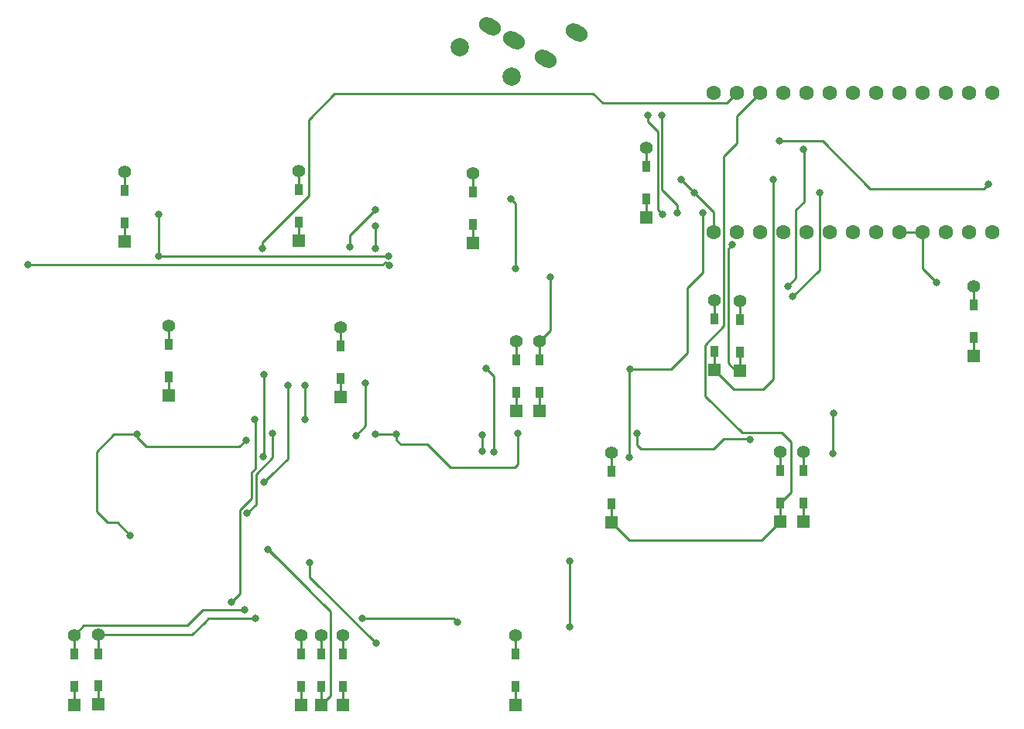
<source format=gbr>
G04 #@! TF.GenerationSoftware,KiCad,Pcbnew,7.0.8*
G04 #@! TF.CreationDate,2024-02-12T18:06:56+09:00*
G04 #@! TF.ProjectId,cool939v2,636f6f6c-3933-4397-9632-2e6b69636164,rev?*
G04 #@! TF.SameCoordinates,Original*
G04 #@! TF.FileFunction,Copper,L1,Top*
G04 #@! TF.FilePolarity,Positive*
%FSLAX46Y46*%
G04 Gerber Fmt 4.6, Leading zero omitted, Abs format (unit mm)*
G04 Created by KiCad (PCBNEW 7.0.8) date 2024-02-12 18:06:56*
%MOMM*%
%LPD*%
G01*
G04 APERTURE LIST*
G04 Aperture macros list*
%AMHorizOval*
0 Thick line with rounded ends*
0 $1 width*
0 $2 $3 position (X,Y) of the first rounded end (center of the circle)*
0 $4 $5 position (X,Y) of the second rounded end (center of the circle)*
0 Add line between two ends*
20,1,$1,$2,$3,$4,$5,0*
0 Add two circle primitives to create the rounded ends*
1,1,$1,$2,$3*
1,1,$1,$4,$5*%
G04 Aperture macros list end*
G04 #@! TA.AperFunction,ComponentPad*
%ADD10R,1.397000X1.397000*%
G04 #@! TD*
G04 #@! TA.AperFunction,SMDPad,CuDef*
%ADD11R,0.950000X1.300000*%
G04 #@! TD*
G04 #@! TA.AperFunction,ComponentPad*
%ADD12C,1.397000*%
G04 #@! TD*
G04 #@! TA.AperFunction,ComponentPad*
%ADD13C,2.000000*%
G04 #@! TD*
G04 #@! TA.AperFunction,ComponentPad*
%ADD14HorizOval,1.700000X-0.346410X0.200000X0.346410X-0.200000X0*%
G04 #@! TD*
G04 #@! TA.AperFunction,ComponentPad*
%ADD15C,1.600000*%
G04 #@! TD*
G04 #@! TA.AperFunction,ViaPad*
%ADD16C,0.800000*%
G04 #@! TD*
G04 #@! TA.AperFunction,Conductor*
%ADD17C,0.250000*%
G04 #@! TD*
G04 APERTURE END LIST*
D10*
X210690000Y-58930000D03*
D11*
X210690000Y-56895000D03*
X210690000Y-53345000D03*
D12*
X210690000Y-51310000D03*
D10*
X260940000Y-38840000D03*
D11*
X260940000Y-36805000D03*
X260940000Y-33255000D03*
D12*
X260940000Y-31220000D03*
D10*
X213130000Y-58960000D03*
D11*
X213130000Y-56925000D03*
X213130000Y-53375000D03*
D12*
X213130000Y-51340000D03*
D10*
X256560000Y-22330000D03*
D11*
X256560000Y-20295000D03*
X256560000Y-16745000D03*
D12*
X256560000Y-14710000D03*
D10*
X183720000Y-58910000D03*
D11*
X183720000Y-56875000D03*
X183720000Y-53325000D03*
D12*
X183720000Y-51290000D03*
D10*
X242500000Y-38970000D03*
D11*
X242500000Y-36935000D03*
X242500000Y-33385000D03*
D12*
X242500000Y-31350000D03*
D10*
X208520000Y-58950000D03*
D11*
X208520000Y-56915000D03*
X208520000Y-53365000D03*
D12*
X208520000Y-51330000D03*
D10*
X186320000Y-58890000D03*
D11*
X186320000Y-56855000D03*
X186320000Y-53305000D03*
D12*
X186320000Y-51270000D03*
D10*
X253750000Y-22250000D03*
D11*
X253750000Y-20215000D03*
X253750000Y-16665000D03*
D12*
X253750000Y-14630000D03*
D10*
X234570000Y-26730000D03*
D11*
X234570000Y-24695000D03*
X234570000Y-21145000D03*
D12*
X234570000Y-19110000D03*
D10*
X232080000Y-26750000D03*
D11*
X232080000Y-24715000D03*
X232080000Y-21165000D03*
D12*
X232080000Y-19130000D03*
D10*
X212880000Y-25220000D03*
D11*
X212880000Y-23185000D03*
X212880000Y-19635000D03*
D12*
X212880000Y-17600000D03*
D10*
X194010000Y-25030000D03*
D11*
X194010000Y-22995000D03*
X194010000Y-19445000D03*
D12*
X194010000Y-17410000D03*
D10*
X189180000Y-8230000D03*
D11*
X189180000Y-6195000D03*
X189180000Y-2645000D03*
D12*
X189180000Y-610000D03*
D10*
X246280000Y-5580000D03*
D11*
X246280000Y-3545000D03*
X246280000Y5000D03*
D12*
X246280000Y2040000D03*
D10*
X227340000Y-8360000D03*
D11*
X227340000Y-6325000D03*
X227340000Y-2775000D03*
D12*
X227340000Y-740000D03*
D10*
X208240000Y-8100000D03*
D11*
X208240000Y-6065000D03*
X208240000Y-2515000D03*
D12*
X208240000Y-480000D03*
D10*
X231970000Y-58960000D03*
D11*
X231970000Y-56925000D03*
X231970000Y-53375000D03*
D12*
X231970000Y-51340000D03*
D10*
X282060000Y-20720000D03*
D11*
X282060000Y-18685000D03*
X282060000Y-15135000D03*
D12*
X282060000Y-13100000D03*
D10*
X263490000Y-38840000D03*
D11*
X263490000Y-36805000D03*
X263490000Y-33255000D03*
D12*
X263490000Y-31220000D03*
D13*
X231514583Y9775000D03*
X225885417Y13025000D03*
D14*
X235260062Y11781347D03*
X231795960Y13781347D03*
X229197884Y15281347D03*
X238659100Y14668653D03*
D15*
X273960000Y-7220000D03*
X276500000Y-7220000D03*
X281580000Y8020000D03*
X279040000Y8020000D03*
X276500000Y8020000D03*
X273960000Y8020000D03*
X271420000Y8020000D03*
X268880000Y8020000D03*
X266340000Y8020000D03*
X263800000Y8020000D03*
X256180000Y8020000D03*
X261260000Y8020000D03*
X253640000Y8020000D03*
X258720000Y8020000D03*
X284120000Y8020000D03*
X284120000Y-7220000D03*
X253640000Y-7220000D03*
X256180000Y-7220000D03*
X258720000Y-7220000D03*
X261260000Y-7220000D03*
X263800000Y-7220000D03*
X266340000Y-7220000D03*
X268880000Y-7220000D03*
X271420000Y-7220000D03*
X279040000Y-7220000D03*
X281580000Y-7220000D03*
D16*
X235760000Y-12140000D03*
X203510000Y-49470000D03*
X215240000Y-49470500D03*
X225620000Y-49914500D03*
X255710000Y-8594980D03*
X260180000Y-1430000D03*
X204879999Y-41880000D03*
X204310000Y-8955000D03*
X207080000Y-23960000D03*
X204480000Y-34570000D03*
X208970000Y-27730000D03*
X208930000Y-23950000D03*
X213860000Y-8840000D03*
X216680000Y-4740000D03*
X203450000Y-27730000D03*
X278050000Y-12740000D03*
X200920000Y-47640000D03*
X190570000Y-29340000D03*
X218930000Y-29340000D03*
X232200000Y-29210000D03*
X257600000Y-29875000D03*
X189810000Y-40350000D03*
X245270000Y-29230000D03*
X202490000Y-29955000D03*
X216650000Y-29330000D03*
X260880000Y2780000D03*
X248010000Y5550000D03*
X249680000Y-5070000D03*
X214490000Y-29490000D03*
X215570000Y-23710000D03*
X202600000Y-37940000D03*
X205370000Y-29230000D03*
X228320000Y-29350000D03*
X228330000Y-31150010D03*
X178652500Y-10747500D03*
X218140000Y-10880000D03*
X192970000Y-9810000D03*
X218120000Y-9800000D03*
X204410000Y-31760000D03*
X204440000Y-22820000D03*
X192970000Y-5260000D03*
X209460000Y-43380000D03*
X216730000Y-52200000D03*
X216650000Y-8960000D03*
X237880000Y-50360000D03*
X237890000Y-43210000D03*
X229640000Y-31240000D03*
X228770000Y-22100000D03*
X216630000Y-6540000D03*
X231980000Y-11210000D03*
X231450000Y-3560000D03*
X244450000Y-31880000D03*
X244470000Y-22200000D03*
X252440000Y-5100000D03*
X266710000Y-31440000D03*
X250080000Y-1430000D03*
X266790000Y-27020000D03*
X265260000Y-2880000D03*
X262300000Y-14270000D03*
X248040000Y-5220000D03*
X246460000Y5540000D03*
X202330000Y-48560000D03*
X263500000Y1890000D03*
X261750000Y-13130000D03*
X251525000Y-2875000D03*
X283684500Y-1973000D03*
D17*
X189180000Y-610000D02*
X189180000Y-2645000D01*
X208240000Y-480000D02*
X208240000Y-2515000D01*
X227340000Y-740000D02*
X227340000Y-2775000D01*
X246280000Y2040000D02*
X246280000Y5000D01*
X194010000Y-17410000D02*
X194010000Y-19445000D01*
X212880000Y-19635000D02*
X212880000Y-17600000D01*
X232080000Y-19130000D02*
X232080000Y-21165000D01*
X234570000Y-21145000D02*
X234570000Y-19110000D01*
X235760000Y-17920000D02*
X235760000Y-12140000D01*
X234570000Y-19110000D02*
X235760000Y-17920000D01*
X231970000Y-51340000D02*
X231970000Y-53375000D01*
X186320000Y-51270000D02*
X196590000Y-51270000D01*
X186320000Y-51270000D02*
X186320000Y-53305000D01*
X198390000Y-49470000D02*
X203510000Y-49470000D01*
X198020000Y-49840000D02*
X198390000Y-49470000D01*
X196590000Y-51270000D02*
X198020000Y-49840000D01*
X208520000Y-51330000D02*
X208520000Y-53365000D01*
X242500000Y-31350000D02*
X242500000Y-33385000D01*
X213130000Y-51340000D02*
X213130000Y-53375000D01*
X263490000Y-33255000D02*
X263490000Y-31220000D01*
X225176000Y-49470500D02*
X215240000Y-49470500D01*
X225620000Y-49914500D02*
X225176000Y-49470500D01*
X210690000Y-51310000D02*
X210690000Y-53345000D01*
X189180000Y-8230000D02*
X189180000Y-6195000D01*
X208240000Y-6065000D02*
X208240000Y-8100000D01*
X227340000Y-6325000D02*
X227340000Y-8360000D01*
X256560000Y-22330000D02*
X256010000Y-22330000D01*
X256010000Y-22330000D02*
X255223511Y-21543511D01*
X256560000Y-22330000D02*
X256560000Y-20295000D01*
X255223511Y-17667897D02*
X255223511Y-9081469D01*
X255223511Y-9081469D02*
X255710000Y-8594980D01*
X255223511Y-21543511D02*
X255223511Y-17667897D01*
X246280000Y-5580000D02*
X246280000Y-3545000D01*
X234570000Y-26730000D02*
X234570000Y-24695000D01*
X232080000Y-24715000D02*
X232080000Y-26750000D01*
X212880000Y-25220000D02*
X212880000Y-23185000D01*
X194010000Y-22995000D02*
X194010000Y-25030000D01*
X234570000Y-24695000D02*
X234570000Y-24630000D01*
X255850000Y-24350000D02*
X253750000Y-22250000D01*
X253750000Y-22250000D02*
X253750000Y-20215000D01*
X260180000Y-1430000D02*
X260170999Y-1439001D01*
X259080000Y-24350000D02*
X255850000Y-24350000D01*
X260170999Y-23259001D02*
X259080000Y-24350000D01*
X260170999Y-1439001D02*
X260170999Y-23259001D01*
X252726499Y-25116499D02*
X256760000Y-29150000D01*
X256760000Y-29150000D02*
X261100000Y-29150000D01*
X254773501Y-17481497D02*
X252726499Y-19528499D01*
X208520000Y-56915000D02*
X208520000Y-58950000D01*
X260940000Y-38840000D02*
X258870000Y-40910000D01*
X262120000Y-30170000D02*
X262120000Y-35625000D01*
X262120000Y-35625000D02*
X260940000Y-36805000D01*
X256178000Y2518002D02*
X254773501Y1113503D01*
X186320000Y-56855000D02*
X186320000Y-58890000D01*
X244440000Y-40910000D02*
X242500000Y-38970000D01*
X258870000Y-40910000D02*
X244440000Y-40910000D01*
X263490000Y-38840000D02*
X263490000Y-36805000D01*
X260940000Y-36805000D02*
X260940000Y-38840000D01*
X254773501Y1113503D02*
X254773501Y-17481497D01*
X252726499Y-19528499D02*
X252726499Y-25116499D01*
X242500000Y-36935000D02*
X242500000Y-38970000D01*
X261100000Y-29150000D02*
X262120000Y-30170000D01*
X231970000Y-56925000D02*
X231970000Y-58960000D01*
X212170000Y7920000D02*
X209340000Y5090000D01*
X211713500Y-57906500D02*
X210690000Y-58930000D01*
X209570000Y-46520000D02*
X204930000Y-41880000D01*
X213130000Y-56925000D02*
X213130000Y-58960000D01*
X204310000Y-8284998D02*
X204310000Y-8955000D01*
X204930000Y-41880000D02*
X204879999Y-41880000D01*
X207080000Y-31620000D02*
X207080000Y-31990000D01*
X205330000Y-33740000D02*
X205310000Y-33740000D01*
X204879999Y-41880000D02*
X211713500Y-48713501D01*
X207080000Y-23960000D02*
X207080000Y-31620000D01*
X183720000Y-56875000D02*
X183720000Y-58910000D01*
X209340000Y-3254998D02*
X204310000Y-8284998D01*
X205310000Y-33740000D02*
X204480000Y-34570000D01*
X282060000Y-18685000D02*
X282060000Y-20720000D01*
X207080000Y-31990000D02*
X205330000Y-33740000D01*
X209340000Y5090000D02*
X209340000Y-3254998D01*
X211713500Y-48713501D02*
X211713500Y-57906500D01*
X210690000Y-56895000D02*
X210690000Y-58930000D01*
X208930000Y-27690000D02*
X208970000Y-27730000D01*
X208930000Y-23950000D02*
X208930000Y-27690000D01*
X213940000Y-8760000D02*
X213860000Y-8840000D01*
X203119990Y-36347008D02*
X203119991Y-33486601D01*
X216680000Y-4740000D02*
X213860000Y-7560000D01*
X203520000Y-27800000D02*
X203450000Y-27730000D01*
X201850000Y-42180000D02*
X201850000Y-37616998D01*
X201850000Y-46710000D02*
X200920000Y-47640000D01*
X213860000Y-7560000D02*
X213860000Y-8840000D01*
X201850000Y-42180000D02*
X201850000Y-46710000D01*
X201850000Y-37616998D02*
X203119990Y-36347008D01*
X203520000Y-33086592D02*
X203520000Y-27800000D01*
X203119991Y-33486601D02*
X203520000Y-33086592D01*
X191604999Y-30694999D02*
X190570000Y-29660000D01*
X190570000Y-29660000D02*
X190570000Y-29340000D01*
X199214999Y-30694999D02*
X191604999Y-30694999D01*
X219405010Y-30425010D02*
X218930000Y-29950000D01*
X218930000Y-29950000D02*
X218930000Y-29340000D01*
X224863001Y-32983001D02*
X222305010Y-30425010D01*
X222305010Y-30425010D02*
X219405010Y-30425010D01*
X232200000Y-32630000D02*
X231846999Y-32983001D01*
X231846999Y-32983001D02*
X224863001Y-32983001D01*
X232200000Y-29210000D02*
X232200000Y-32630000D01*
X186140010Y-37800010D02*
X186140010Y-31229990D01*
X188030000Y-29340000D02*
X190570000Y-29340000D01*
X218920000Y-29330000D02*
X218930000Y-29340000D01*
X245270000Y-29230000D02*
X245270000Y-30460000D01*
X257495000Y-29770000D02*
X257600000Y-29875000D01*
X254760000Y-29770000D02*
X257495000Y-29770000D01*
X199214999Y-30694999D02*
X201735001Y-30694999D01*
X260880000Y2780000D02*
X265560000Y2780000D01*
X245720000Y-30910000D02*
X253620000Y-30910000D01*
X187320000Y-38980000D02*
X186140010Y-37800010D01*
X202475000Y-29955000D02*
X202490000Y-29955000D01*
X253620000Y-30910000D02*
X254760000Y-29770000D01*
X186140010Y-31229990D02*
X188030000Y-29340000D01*
X245270000Y-30460000D02*
X245720000Y-30910000D01*
X188440000Y-38980000D02*
X187320000Y-38980000D01*
X189810000Y-40350000D02*
X188440000Y-38980000D01*
X216650000Y-29330000D02*
X218920000Y-29330000D01*
X201735001Y-30694999D02*
X202475000Y-29955000D01*
X249680000Y-4250000D02*
X248010000Y-2580000D01*
X249680000Y-5070000D02*
X249680000Y-4250000D01*
X248010000Y-2580000D02*
X248010000Y5550000D01*
X215570000Y-23710000D02*
X215570000Y-28410000D01*
X215570000Y-28410000D02*
X214490000Y-29490000D01*
X203570000Y-33673002D02*
X205370000Y-31873002D01*
X205370000Y-31873002D02*
X205370000Y-29230000D01*
X203570000Y-36970000D02*
X203570000Y-33673002D01*
X202600000Y-37940000D02*
X203570000Y-36970000D01*
X228330000Y-31150010D02*
X228330000Y-29360000D01*
X228330000Y-29360000D02*
X228320000Y-29350000D01*
X217730000Y-10470000D02*
X217452500Y-10747500D01*
X217452500Y-10747500D02*
X178652500Y-10747500D01*
X218140000Y-10880000D02*
X217730000Y-10470000D01*
X192970000Y-5260000D02*
X192970000Y-9810000D01*
X218120000Y-9800000D02*
X192980000Y-9800000D01*
X192980000Y-9800000D02*
X192970000Y-9810000D01*
X204440000Y-22820000D02*
X204440000Y-31730000D01*
X204440000Y-31730000D02*
X204410000Y-31760000D01*
X209450000Y-44960000D02*
X209460000Y-44950000D01*
X209460000Y-43380000D02*
X209460000Y-44930000D01*
X209660000Y-45130000D02*
X216730000Y-52200000D01*
X209460000Y-44930000D02*
X209660000Y-45130000D01*
X209460000Y-44950000D02*
X209480000Y-44950000D01*
X209480000Y-44950000D02*
X209660000Y-45130000D01*
X237890000Y-43210000D02*
X237890000Y-50350000D01*
X237890000Y-50350000D02*
X237880000Y-50360000D01*
X228770000Y-22100000D02*
X229640000Y-22970000D01*
X229640000Y-22970000D02*
X229640000Y-31240000D01*
X216630000Y-8940000D02*
X216650000Y-8960000D01*
X216630000Y-6540000D02*
X216630000Y-8940000D01*
X231450000Y-3560000D02*
X231980000Y-4090000D01*
X231980000Y-4090000D02*
X231980000Y-11210000D01*
X244450000Y-31880000D02*
X244450000Y-22220000D01*
X244450000Y-22220000D02*
X244470000Y-22200000D01*
X250740000Y-20410000D02*
X248950000Y-22200000D01*
X252440000Y-5100000D02*
X252440000Y-11610000D01*
X250740000Y-13310000D02*
X250740000Y-20410000D01*
X252440000Y-11610000D02*
X250740000Y-13310000D01*
X248950000Y-22200000D02*
X244470000Y-22200000D01*
X266710000Y-27100000D02*
X266790000Y-27020000D01*
X265250999Y-2889001D02*
X265260000Y-2880000D01*
X262300000Y-14270000D02*
X265250999Y-11319001D01*
X266710000Y-31440000D02*
X266710000Y-27100000D01*
X265250999Y-11319001D02*
X265250999Y-2889001D01*
X246460000Y4910000D02*
X246460000Y5540000D01*
X247559990Y-4739990D02*
X247559990Y3810010D01*
X247559990Y3810010D02*
X246460000Y4910000D01*
X248040000Y-5220000D02*
X247559990Y-4739990D01*
X260940000Y-31220000D02*
X260940000Y-33255000D01*
X282060000Y-13100000D02*
X282060000Y-15135000D01*
X184758407Y-50251593D02*
X196068407Y-50251593D01*
X183720000Y-51290000D02*
X183720000Y-53325000D01*
X183720000Y-51290000D02*
X184758407Y-50251593D01*
X197760000Y-48560000D02*
X202330000Y-48560000D01*
X196068407Y-50251593D02*
X197760000Y-48560000D01*
X263530001Y1859999D02*
X263500000Y1890000D01*
X261750000Y-13130000D02*
X262660000Y-12220000D01*
X262660000Y-4750000D02*
X263530001Y-3879999D01*
X263530001Y-3879999D02*
X263530001Y1859999D01*
X256560000Y-16745000D02*
X256560000Y-14710000D01*
X262660000Y-12220000D02*
X262660000Y-4750000D01*
X253750000Y-14630000D02*
X253750000Y-16665000D01*
X256178000Y5478000D02*
X256178000Y2518002D01*
X251525000Y-2875000D02*
X250080000Y-1430000D01*
X253640000Y-4990000D02*
X251525000Y-2875000D01*
X276500000Y-7220000D02*
X273960000Y-7220000D01*
X270765000Y-2425000D02*
X283232500Y-2425000D01*
X265560000Y2780000D02*
X270765000Y-2425000D01*
X255055000Y6895000D02*
X256180000Y8020000D01*
X276500000Y-11190000D02*
X276500000Y-7220000D01*
X278050000Y-12740000D02*
X276500000Y-11190000D01*
X253640000Y-7220000D02*
X253640000Y-4990000D01*
X225750000Y7920000D02*
X225120000Y7920000D01*
X225120000Y7920000D02*
X212170000Y7920000D01*
X283232500Y-2425000D02*
X283684500Y-1973000D01*
X255055000Y6895000D02*
X241501650Y6895000D01*
X241501650Y6895000D02*
X240476650Y7920000D01*
X240476650Y7920000D02*
X225120000Y7920000D01*
X258720000Y8020000D02*
X256178000Y5478000D01*
M02*

</source>
